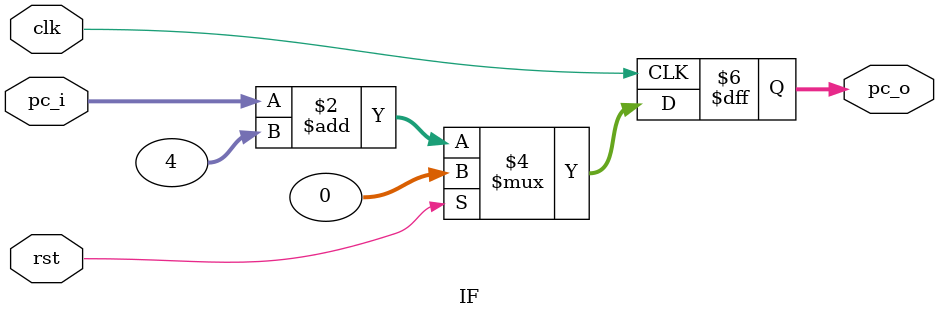
<source format=v>
/************************************************************************************
 * Ask me anything: via repo/issue, or e-mail: vencifreeman16@sjtu.edu.cn.          *
 * Author: @VenciFreeman (GitHub), copyright 2019.									*
 * School: Shanghai Jiao Tong University.											*
 * Description:                                                                     *
 * This file controls signal PC, it need to send PC+4 and instruction to id.v 		*
 * through inst_mem.v. For 5 stage stall, it need to keep PC. 						*
 * Details:                                                                         *
 * - PC + 4 per cycle;                                                              *
 * - PC value send to inst_mem as the address of instruction, then send the         *
 *   instruction to decode module;                                                  *
 * - If current instruction is beq, blt or jal, update PC immediately.              *
 * History:																			*
 * - 19/12/05: Create this file.													*
 * Notes:																			*
 * - Take care that the module name can't be "if". Maybe it's a keep word.			*
 * - Should I use 32-bit adders? Maybe it's good for Vivado synthesizing.			*
 ************************************************************************************/

module IF(

	input wire clk,
	input wire rst,		// High signal is reset.
	input [31:0] pc_i,
	output[31:0] pc_o		// a.k.a. addr in inst_mem.v, the instruction address.

);

	parameter IDLE = 32'b0;		// Zero word.

/************************************************************************************
 * This always part controls the signal pc_o.										*
 ************************************************************************************/
always @ (posedge clk) begin	// New PC equals ((old PC) + 4) per cycle.
	if (rst)
		pc_o <= IDLE;
	else
		pc_o <= pc_i + 32'b100;
end

endmodule
</source>
